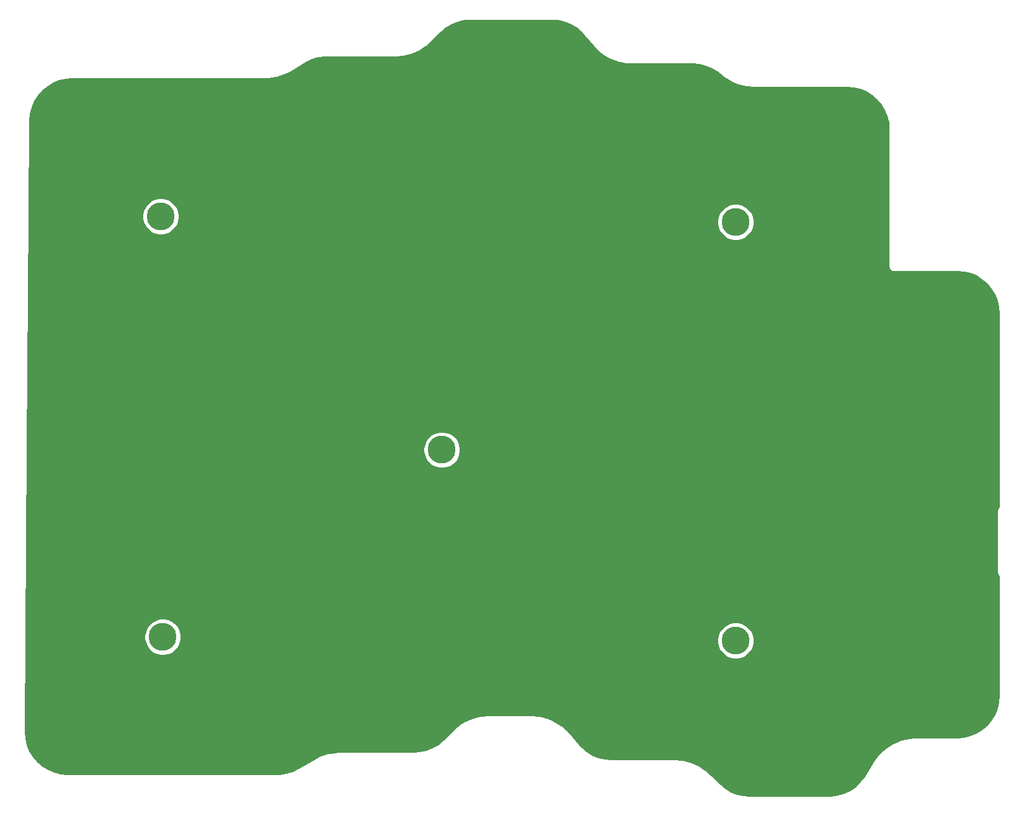
<source format=gbr>
G04 #@! TF.GenerationSoftware,KiCad,Pcbnew,(5.1.4)-1*
G04 #@! TF.CreationDate,2021-09-27T09:24:48-04:00*
G04 #@! TF.ProjectId,bottom_case,626f7474-6f6d-45f6-9361-73652e6b6963,rev?*
G04 #@! TF.SameCoordinates,Original*
G04 #@! TF.FileFunction,Copper,L2,Bot*
G04 #@! TF.FilePolarity,Positive*
%FSLAX46Y46*%
G04 Gerber Fmt 4.6, Leading zero omitted, Abs format (unit mm)*
G04 Created by KiCad (PCBNEW (5.1.4)-1) date 2021-09-27 09:24:48*
%MOMM*%
%LPD*%
G04 APERTURE LIST*
%ADD10C,3.800000*%
%ADD11C,0.254000*%
G04 APERTURE END LIST*
D10*
X87725000Y-10025000D03*
X87725000Y-67175000D03*
X9525000Y-66675000D03*
X47625000Y-41125000D03*
X9250000Y-9250000D03*
D11*
G36*
X63480726Y17467932D02*
G01*
X64348608Y17259572D01*
X65173218Y16918008D01*
X65934231Y16451658D01*
X66621924Y15864313D01*
X66953349Y15503172D01*
X68209105Y14011181D01*
X68219251Y14001284D01*
X68575021Y13613615D01*
X68604332Y13586323D01*
X68632652Y13558003D01*
X69390344Y12910873D01*
X69474132Y12849998D01*
X69474136Y12849996D01*
X70323728Y12329365D01*
X70416006Y12282346D01*
X71336589Y11901029D01*
X71403082Y11879425D01*
X71435085Y11869026D01*
X72403984Y11636414D01*
X72506275Y11620213D01*
X73493219Y11542539D01*
X73518997Y11540000D01*
X81796197Y11540000D01*
X82711927Y11467931D01*
X83579809Y11259571D01*
X84404414Y10918009D01*
X85174506Y10446097D01*
X85602802Y10103435D01*
X86063348Y9734971D01*
X86097448Y9711830D01*
X86130816Y9687587D01*
X86980412Y9166954D01*
X87072691Y9119936D01*
X87072698Y9119934D01*
X87993272Y8738619D01*
X88091769Y8706615D01*
X89060668Y8474003D01*
X89162959Y8457802D01*
X90149858Y8380131D01*
X90175682Y8377588D01*
X102874074Y8377588D01*
X103789791Y8305520D01*
X104657678Y8097158D01*
X105482275Y7755599D01*
X106243299Y7289243D01*
X106921994Y6709582D01*
X107501655Y6030887D01*
X107968009Y5269868D01*
X108309570Y4445266D01*
X108517931Y3577381D01*
X108590001Y2661649D01*
X108590000Y-16098795D01*
X108586807Y-16131214D01*
X108599550Y-16260597D01*
X108637290Y-16385007D01*
X108698575Y-16499664D01*
X108747968Y-16559849D01*
X108781052Y-16600162D01*
X108881550Y-16682639D01*
X108996207Y-16743924D01*
X109120617Y-16781664D01*
X109250000Y-16794407D01*
X109282419Y-16791214D01*
X117924074Y-16791214D01*
X118839791Y-16863282D01*
X119707678Y-17071644D01*
X120532275Y-17413203D01*
X121293299Y-17879559D01*
X121971994Y-18459220D01*
X122551655Y-19137915D01*
X123018009Y-19898934D01*
X123359570Y-20723536D01*
X123567931Y-21591421D01*
X123640001Y-22507153D01*
X123640000Y-48867284D01*
X123597656Y-48902035D01*
X123515179Y-49002533D01*
X123453894Y-49117190D01*
X123416154Y-49241600D01*
X123406604Y-49338564D01*
X123406603Y-57954921D01*
X123416153Y-58051885D01*
X123453893Y-58176295D01*
X123515178Y-58290952D01*
X123597655Y-58391451D01*
X123640001Y-58426204D01*
X123640000Y-74624074D01*
X123567931Y-75539793D01*
X123359570Y-76407678D01*
X123018009Y-77232280D01*
X122551655Y-77993299D01*
X121971994Y-78671994D01*
X121293299Y-79251655D01*
X120532275Y-79718011D01*
X119707678Y-80059570D01*
X118839791Y-80267932D01*
X117924074Y-80340000D01*
X112422441Y-80340000D01*
X112411714Y-80341057D01*
X112019371Y-80353859D01*
X111982920Y-80357928D01*
X111946330Y-80360318D01*
X110960181Y-80503088D01*
X110859164Y-80525923D01*
X109907489Y-80821204D01*
X109838157Y-80848848D01*
X109811288Y-80859561D01*
X108917523Y-81300082D01*
X108869658Y-81328545D01*
X108828507Y-81353015D01*
X108014667Y-81927922D01*
X108014658Y-81927927D01*
X107935018Y-81994135D01*
X107221125Y-82689283D01*
X107152822Y-82767134D01*
X106560335Y-83560219D01*
X106544407Y-83580689D01*
X105228457Y-85665365D01*
X104678712Y-86401236D01*
X104039245Y-87023914D01*
X103310249Y-87538886D01*
X102509666Y-87933478D01*
X101657209Y-88197974D01*
X100758812Y-88328041D01*
X100392303Y-88340000D01*
X89653788Y-88340000D01*
X88738069Y-88267931D01*
X87870184Y-88059570D01*
X87045582Y-87718009D01*
X86283856Y-87251221D01*
X85606642Y-86675733D01*
X84263383Y-85345773D01*
X84243907Y-85329951D01*
X83514147Y-84709809D01*
X83472976Y-84680053D01*
X83431610Y-84649999D01*
X82582013Y-84129365D01*
X82489734Y-84082347D01*
X82489727Y-84082345D01*
X81569153Y-83701030D01*
X81470656Y-83669026D01*
X81470653Y-83669026D01*
X80501757Y-83436414D01*
X80399466Y-83420213D01*
X79412517Y-83342538D01*
X79386743Y-83340000D01*
X70784989Y-83340000D01*
X69869270Y-83267931D01*
X69001385Y-83059570D01*
X68176783Y-82718009D01*
X67415764Y-82251655D01*
X66728072Y-81664310D01*
X66396660Y-81303183D01*
X65140893Y-79811182D01*
X65130756Y-79801293D01*
X64774978Y-79413615D01*
X64745672Y-79386329D01*
X64717347Y-79358003D01*
X63959655Y-78710873D01*
X63875868Y-78649999D01*
X63026271Y-78129365D01*
X62933993Y-78082347D01*
X62013411Y-77701029D01*
X61914913Y-77669026D01*
X60946015Y-77436414D01*
X60843724Y-77420213D01*
X59856780Y-77342539D01*
X59831002Y-77340000D01*
X53963256Y-77340000D01*
X53938262Y-77342462D01*
X52983385Y-77415223D01*
X52933223Y-77423040D01*
X52882651Y-77430792D01*
X51912608Y-77658581D01*
X51881095Y-77668647D01*
X51813953Y-77690094D01*
X50891485Y-78066826D01*
X50798974Y-78113385D01*
X49946797Y-78629786D01*
X49911627Y-78655073D01*
X49862709Y-78690243D01*
X49106784Y-79329388D01*
X49086615Y-79345773D01*
X47743940Y-80675156D01*
X47042506Y-81268229D01*
X46279171Y-81730794D01*
X45452882Y-82068248D01*
X44583163Y-82272478D01*
X43697031Y-82340000D01*
X33635349Y-82340000D01*
X33624698Y-82341049D01*
X33235188Y-82353674D01*
X33198800Y-82357728D01*
X33162288Y-82360097D01*
X32176077Y-82502437D01*
X32075049Y-82525228D01*
X31123246Y-82820094D01*
X31036317Y-82854710D01*
X31027028Y-82858409D01*
X30138858Y-83295690D01*
X30115385Y-83306680D01*
X28058373Y-84528666D01*
X27234288Y-84934396D01*
X26381713Y-85198521D01*
X25483192Y-85328205D01*
X25119291Y-85340000D01*
X-3519370Y-85340000D01*
X-4435089Y-85267931D01*
X-5302974Y-85059570D01*
X-6127576Y-84718009D01*
X-6888595Y-84251655D01*
X-7567290Y-83671994D01*
X-8146951Y-82993299D01*
X-8613307Y-82232275D01*
X-8954866Y-81407678D01*
X-9163228Y-80539791D01*
X-9235195Y-79625354D01*
X-9235113Y-79604252D01*
X-9132545Y-66425324D01*
X6990000Y-66425324D01*
X6990000Y-66924676D01*
X7087418Y-67414432D01*
X7278512Y-67875773D01*
X7555937Y-68290968D01*
X7909032Y-68644063D01*
X8324227Y-68921488D01*
X8785568Y-69112582D01*
X9275324Y-69210000D01*
X9774676Y-69210000D01*
X10264432Y-69112582D01*
X10725773Y-68921488D01*
X11140968Y-68644063D01*
X11494063Y-68290968D01*
X11771488Y-67875773D01*
X11962582Y-67414432D01*
X12059871Y-66925324D01*
X85190000Y-66925324D01*
X85190000Y-67424676D01*
X85287418Y-67914432D01*
X85478512Y-68375773D01*
X85755937Y-68790968D01*
X86109032Y-69144063D01*
X86524227Y-69421488D01*
X86985568Y-69612582D01*
X87475324Y-69710000D01*
X87974676Y-69710000D01*
X88464432Y-69612582D01*
X88925773Y-69421488D01*
X89340968Y-69144063D01*
X89694063Y-68790968D01*
X89971488Y-68375773D01*
X90162582Y-67914432D01*
X90260000Y-67424676D01*
X90260000Y-66925324D01*
X90162582Y-66435568D01*
X89971488Y-65974227D01*
X89694063Y-65559032D01*
X89340968Y-65205937D01*
X88925773Y-64928512D01*
X88464432Y-64737418D01*
X87974676Y-64640000D01*
X87475324Y-64640000D01*
X86985568Y-64737418D01*
X86524227Y-64928512D01*
X86109032Y-65205937D01*
X85755937Y-65559032D01*
X85478512Y-65974227D01*
X85287418Y-66435568D01*
X85190000Y-66925324D01*
X12059871Y-66925324D01*
X12060000Y-66924676D01*
X12060000Y-66425324D01*
X11962582Y-65935568D01*
X11771488Y-65474227D01*
X11494063Y-65059032D01*
X11140968Y-64705937D01*
X10725773Y-64428512D01*
X10264432Y-64237418D01*
X9774676Y-64140000D01*
X9275324Y-64140000D01*
X8785568Y-64237418D01*
X8324227Y-64428512D01*
X7909032Y-64705937D01*
X7555937Y-65059032D01*
X7278512Y-65474227D01*
X7087418Y-65935568D01*
X6990000Y-66425324D01*
X-9132545Y-66425324D01*
X-8933696Y-40875324D01*
X45090000Y-40875324D01*
X45090000Y-41374676D01*
X45187418Y-41864432D01*
X45378512Y-42325773D01*
X45655937Y-42740968D01*
X46009032Y-43094063D01*
X46424227Y-43371488D01*
X46885568Y-43562582D01*
X47375324Y-43660000D01*
X47874676Y-43660000D01*
X48364432Y-43562582D01*
X48825773Y-43371488D01*
X49240968Y-43094063D01*
X49594063Y-42740968D01*
X49871488Y-42325773D01*
X50062582Y-41864432D01*
X50160000Y-41374676D01*
X50160000Y-40875324D01*
X50062582Y-40385568D01*
X49871488Y-39924227D01*
X49594063Y-39509032D01*
X49240968Y-39155937D01*
X48825773Y-38878512D01*
X48364432Y-38687418D01*
X47874676Y-38590000D01*
X47375324Y-38590000D01*
X46885568Y-38687418D01*
X46424227Y-38878512D01*
X46009032Y-39155937D01*
X45655937Y-39509032D01*
X45378512Y-39924227D01*
X45187418Y-40385568D01*
X45090000Y-40875324D01*
X-8933696Y-40875324D01*
X-8685620Y-9000324D01*
X6715000Y-9000324D01*
X6715000Y-9499676D01*
X6812418Y-9989432D01*
X7003512Y-10450773D01*
X7280937Y-10865968D01*
X7634032Y-11219063D01*
X8049227Y-11496488D01*
X8510568Y-11687582D01*
X9000324Y-11785000D01*
X9499676Y-11785000D01*
X9989432Y-11687582D01*
X10450773Y-11496488D01*
X10865968Y-11219063D01*
X11219063Y-10865968D01*
X11496488Y-10450773D01*
X11687582Y-9989432D01*
X11730170Y-9775324D01*
X85190000Y-9775324D01*
X85190000Y-10274676D01*
X85287418Y-10764432D01*
X85478512Y-11225773D01*
X85755937Y-11640968D01*
X86109032Y-11994063D01*
X86524227Y-12271488D01*
X86985568Y-12462582D01*
X87475324Y-12560000D01*
X87974676Y-12560000D01*
X88464432Y-12462582D01*
X88925773Y-12271488D01*
X89340968Y-11994063D01*
X89694063Y-11640968D01*
X89971488Y-11225773D01*
X90162582Y-10764432D01*
X90260000Y-10274676D01*
X90260000Y-9775324D01*
X90162582Y-9285568D01*
X89971488Y-8824227D01*
X89694063Y-8409032D01*
X89340968Y-8055937D01*
X88925773Y-7778512D01*
X88464432Y-7587418D01*
X87974676Y-7490000D01*
X87475324Y-7490000D01*
X86985568Y-7587418D01*
X86524227Y-7778512D01*
X86109032Y-8055937D01*
X85755937Y-8409032D01*
X85478512Y-8824227D01*
X85287418Y-9285568D01*
X85190000Y-9775324D01*
X11730170Y-9775324D01*
X11785000Y-9499676D01*
X11785000Y-9000324D01*
X11687582Y-8510568D01*
X11496488Y-8049227D01*
X11219063Y-7634032D01*
X10865968Y-7280937D01*
X10450773Y-7003512D01*
X9989432Y-6812418D01*
X9499676Y-6715000D01*
X9000324Y-6715000D01*
X8510568Y-6812418D01*
X8049227Y-7003512D01*
X7634032Y-7280937D01*
X7280937Y-7634032D01*
X7003512Y-8049227D01*
X6812418Y-8510568D01*
X6715000Y-9000324D01*
X-8685620Y-9000324D01*
X-8585466Y3868354D01*
X-8506273Y4783484D01*
X-8291163Y5649726D01*
X-7943197Y6471640D01*
X-7470932Y7229012D01*
X-6886011Y7903172D01*
X-6202818Y8477538D01*
X-5438199Y8937950D01*
X-4610957Y9273087D01*
X-3740222Y9474978D01*
X-2870790Y9540000D01*
X23514650Y9540000D01*
X23525301Y9541049D01*
X23914811Y9553674D01*
X23951198Y9557728D01*
X23987712Y9560097D01*
X24973922Y9702438D01*
X25074950Y9725229D01*
X25074954Y9725230D01*
X26026751Y10020094D01*
X26122969Y10058409D01*
X27011121Y10495681D01*
X27034614Y10506680D01*
X29091641Y11728674D01*
X29915711Y12134396D01*
X30768286Y12398521D01*
X31666806Y12528205D01*
X32030708Y12540000D01*
X41286743Y12540000D01*
X41311741Y12542462D01*
X42266614Y12615223D01*
X42316776Y12623040D01*
X42367347Y12630792D01*
X43337391Y12858581D01*
X43412162Y12882466D01*
X43436047Y12890095D01*
X44358513Y13266828D01*
X44451024Y13313386D01*
X45303200Y13829786D01*
X45387289Y13890243D01*
X45387295Y13890249D01*
X46143244Y14529412D01*
X46163383Y14545773D01*
X47506071Y15875167D01*
X48207499Y16468233D01*
X48970828Y16930794D01*
X49797115Y17268247D01*
X50666836Y17472478D01*
X51552968Y17540000D01*
X62565009Y17540000D01*
X63480726Y17467932D01*
X63480726Y17467932D01*
G37*
X63480726Y17467932D02*
X64348608Y17259572D01*
X65173218Y16918008D01*
X65934231Y16451658D01*
X66621924Y15864313D01*
X66953349Y15503172D01*
X68209105Y14011181D01*
X68219251Y14001284D01*
X68575021Y13613615D01*
X68604332Y13586323D01*
X68632652Y13558003D01*
X69390344Y12910873D01*
X69474132Y12849998D01*
X69474136Y12849996D01*
X70323728Y12329365D01*
X70416006Y12282346D01*
X71336589Y11901029D01*
X71403082Y11879425D01*
X71435085Y11869026D01*
X72403984Y11636414D01*
X72506275Y11620213D01*
X73493219Y11542539D01*
X73518997Y11540000D01*
X81796197Y11540000D01*
X82711927Y11467931D01*
X83579809Y11259571D01*
X84404414Y10918009D01*
X85174506Y10446097D01*
X85602802Y10103435D01*
X86063348Y9734971D01*
X86097448Y9711830D01*
X86130816Y9687587D01*
X86980412Y9166954D01*
X87072691Y9119936D01*
X87072698Y9119934D01*
X87993272Y8738619D01*
X88091769Y8706615D01*
X89060668Y8474003D01*
X89162959Y8457802D01*
X90149858Y8380131D01*
X90175682Y8377588D01*
X102874074Y8377588D01*
X103789791Y8305520D01*
X104657678Y8097158D01*
X105482275Y7755599D01*
X106243299Y7289243D01*
X106921994Y6709582D01*
X107501655Y6030887D01*
X107968009Y5269868D01*
X108309570Y4445266D01*
X108517931Y3577381D01*
X108590001Y2661649D01*
X108590000Y-16098795D01*
X108586807Y-16131214D01*
X108599550Y-16260597D01*
X108637290Y-16385007D01*
X108698575Y-16499664D01*
X108747968Y-16559849D01*
X108781052Y-16600162D01*
X108881550Y-16682639D01*
X108996207Y-16743924D01*
X109120617Y-16781664D01*
X109250000Y-16794407D01*
X109282419Y-16791214D01*
X117924074Y-16791214D01*
X118839791Y-16863282D01*
X119707678Y-17071644D01*
X120532275Y-17413203D01*
X121293299Y-17879559D01*
X121971994Y-18459220D01*
X122551655Y-19137915D01*
X123018009Y-19898934D01*
X123359570Y-20723536D01*
X123567931Y-21591421D01*
X123640001Y-22507153D01*
X123640000Y-48867284D01*
X123597656Y-48902035D01*
X123515179Y-49002533D01*
X123453894Y-49117190D01*
X123416154Y-49241600D01*
X123406604Y-49338564D01*
X123406603Y-57954921D01*
X123416153Y-58051885D01*
X123453893Y-58176295D01*
X123515178Y-58290952D01*
X123597655Y-58391451D01*
X123640001Y-58426204D01*
X123640000Y-74624074D01*
X123567931Y-75539793D01*
X123359570Y-76407678D01*
X123018009Y-77232280D01*
X122551655Y-77993299D01*
X121971994Y-78671994D01*
X121293299Y-79251655D01*
X120532275Y-79718011D01*
X119707678Y-80059570D01*
X118839791Y-80267932D01*
X117924074Y-80340000D01*
X112422441Y-80340000D01*
X112411714Y-80341057D01*
X112019371Y-80353859D01*
X111982920Y-80357928D01*
X111946330Y-80360318D01*
X110960181Y-80503088D01*
X110859164Y-80525923D01*
X109907489Y-80821204D01*
X109838157Y-80848848D01*
X109811288Y-80859561D01*
X108917523Y-81300082D01*
X108869658Y-81328545D01*
X108828507Y-81353015D01*
X108014667Y-81927922D01*
X108014658Y-81927927D01*
X107935018Y-81994135D01*
X107221125Y-82689283D01*
X107152822Y-82767134D01*
X106560335Y-83560219D01*
X106544407Y-83580689D01*
X105228457Y-85665365D01*
X104678712Y-86401236D01*
X104039245Y-87023914D01*
X103310249Y-87538886D01*
X102509666Y-87933478D01*
X101657209Y-88197974D01*
X100758812Y-88328041D01*
X100392303Y-88340000D01*
X89653788Y-88340000D01*
X88738069Y-88267931D01*
X87870184Y-88059570D01*
X87045582Y-87718009D01*
X86283856Y-87251221D01*
X85606642Y-86675733D01*
X84263383Y-85345773D01*
X84243907Y-85329951D01*
X83514147Y-84709809D01*
X83472976Y-84680053D01*
X83431610Y-84649999D01*
X82582013Y-84129365D01*
X82489734Y-84082347D01*
X82489727Y-84082345D01*
X81569153Y-83701030D01*
X81470656Y-83669026D01*
X81470653Y-83669026D01*
X80501757Y-83436414D01*
X80399466Y-83420213D01*
X79412517Y-83342538D01*
X79386743Y-83340000D01*
X70784989Y-83340000D01*
X69869270Y-83267931D01*
X69001385Y-83059570D01*
X68176783Y-82718009D01*
X67415764Y-82251655D01*
X66728072Y-81664310D01*
X66396660Y-81303183D01*
X65140893Y-79811182D01*
X65130756Y-79801293D01*
X64774978Y-79413615D01*
X64745672Y-79386329D01*
X64717347Y-79358003D01*
X63959655Y-78710873D01*
X63875868Y-78649999D01*
X63026271Y-78129365D01*
X62933993Y-78082347D01*
X62013411Y-77701029D01*
X61914913Y-77669026D01*
X60946015Y-77436414D01*
X60843724Y-77420213D01*
X59856780Y-77342539D01*
X59831002Y-77340000D01*
X53963256Y-77340000D01*
X53938262Y-77342462D01*
X52983385Y-77415223D01*
X52933223Y-77423040D01*
X52882651Y-77430792D01*
X51912608Y-77658581D01*
X51881095Y-77668647D01*
X51813953Y-77690094D01*
X50891485Y-78066826D01*
X50798974Y-78113385D01*
X49946797Y-78629786D01*
X49911627Y-78655073D01*
X49862709Y-78690243D01*
X49106784Y-79329388D01*
X49086615Y-79345773D01*
X47743940Y-80675156D01*
X47042506Y-81268229D01*
X46279171Y-81730794D01*
X45452882Y-82068248D01*
X44583163Y-82272478D01*
X43697031Y-82340000D01*
X33635349Y-82340000D01*
X33624698Y-82341049D01*
X33235188Y-82353674D01*
X33198800Y-82357728D01*
X33162288Y-82360097D01*
X32176077Y-82502437D01*
X32075049Y-82525228D01*
X31123246Y-82820094D01*
X31036317Y-82854710D01*
X31027028Y-82858409D01*
X30138858Y-83295690D01*
X30115385Y-83306680D01*
X28058373Y-84528666D01*
X27234288Y-84934396D01*
X26381713Y-85198521D01*
X25483192Y-85328205D01*
X25119291Y-85340000D01*
X-3519370Y-85340000D01*
X-4435089Y-85267931D01*
X-5302974Y-85059570D01*
X-6127576Y-84718009D01*
X-6888595Y-84251655D01*
X-7567290Y-83671994D01*
X-8146951Y-82993299D01*
X-8613307Y-82232275D01*
X-8954866Y-81407678D01*
X-9163228Y-80539791D01*
X-9235195Y-79625354D01*
X-9235113Y-79604252D01*
X-9132545Y-66425324D01*
X6990000Y-66425324D01*
X6990000Y-66924676D01*
X7087418Y-67414432D01*
X7278512Y-67875773D01*
X7555937Y-68290968D01*
X7909032Y-68644063D01*
X8324227Y-68921488D01*
X8785568Y-69112582D01*
X9275324Y-69210000D01*
X9774676Y-69210000D01*
X10264432Y-69112582D01*
X10725773Y-68921488D01*
X11140968Y-68644063D01*
X11494063Y-68290968D01*
X11771488Y-67875773D01*
X11962582Y-67414432D01*
X12059871Y-66925324D01*
X85190000Y-66925324D01*
X85190000Y-67424676D01*
X85287418Y-67914432D01*
X85478512Y-68375773D01*
X85755937Y-68790968D01*
X86109032Y-69144063D01*
X86524227Y-69421488D01*
X86985568Y-69612582D01*
X87475324Y-69710000D01*
X87974676Y-69710000D01*
X88464432Y-69612582D01*
X88925773Y-69421488D01*
X89340968Y-69144063D01*
X89694063Y-68790968D01*
X89971488Y-68375773D01*
X90162582Y-67914432D01*
X90260000Y-67424676D01*
X90260000Y-66925324D01*
X90162582Y-66435568D01*
X89971488Y-65974227D01*
X89694063Y-65559032D01*
X89340968Y-65205937D01*
X88925773Y-64928512D01*
X88464432Y-64737418D01*
X87974676Y-64640000D01*
X87475324Y-64640000D01*
X86985568Y-64737418D01*
X86524227Y-64928512D01*
X86109032Y-65205937D01*
X85755937Y-65559032D01*
X85478512Y-65974227D01*
X85287418Y-66435568D01*
X85190000Y-66925324D01*
X12059871Y-66925324D01*
X12060000Y-66924676D01*
X12060000Y-66425324D01*
X11962582Y-65935568D01*
X11771488Y-65474227D01*
X11494063Y-65059032D01*
X11140968Y-64705937D01*
X10725773Y-64428512D01*
X10264432Y-64237418D01*
X9774676Y-64140000D01*
X9275324Y-64140000D01*
X8785568Y-64237418D01*
X8324227Y-64428512D01*
X7909032Y-64705937D01*
X7555937Y-65059032D01*
X7278512Y-65474227D01*
X7087418Y-65935568D01*
X6990000Y-66425324D01*
X-9132545Y-66425324D01*
X-8933696Y-40875324D01*
X45090000Y-40875324D01*
X45090000Y-41374676D01*
X45187418Y-41864432D01*
X45378512Y-42325773D01*
X45655937Y-42740968D01*
X46009032Y-43094063D01*
X46424227Y-43371488D01*
X46885568Y-43562582D01*
X47375324Y-43660000D01*
X47874676Y-43660000D01*
X48364432Y-43562582D01*
X48825773Y-43371488D01*
X49240968Y-43094063D01*
X49594063Y-42740968D01*
X49871488Y-42325773D01*
X50062582Y-41864432D01*
X50160000Y-41374676D01*
X50160000Y-40875324D01*
X50062582Y-40385568D01*
X49871488Y-39924227D01*
X49594063Y-39509032D01*
X49240968Y-39155937D01*
X48825773Y-38878512D01*
X48364432Y-38687418D01*
X47874676Y-38590000D01*
X47375324Y-38590000D01*
X46885568Y-38687418D01*
X46424227Y-38878512D01*
X46009032Y-39155937D01*
X45655937Y-39509032D01*
X45378512Y-39924227D01*
X45187418Y-40385568D01*
X45090000Y-40875324D01*
X-8933696Y-40875324D01*
X-8685620Y-9000324D01*
X6715000Y-9000324D01*
X6715000Y-9499676D01*
X6812418Y-9989432D01*
X7003512Y-10450773D01*
X7280937Y-10865968D01*
X7634032Y-11219063D01*
X8049227Y-11496488D01*
X8510568Y-11687582D01*
X9000324Y-11785000D01*
X9499676Y-11785000D01*
X9989432Y-11687582D01*
X10450773Y-11496488D01*
X10865968Y-11219063D01*
X11219063Y-10865968D01*
X11496488Y-10450773D01*
X11687582Y-9989432D01*
X11730170Y-9775324D01*
X85190000Y-9775324D01*
X85190000Y-10274676D01*
X85287418Y-10764432D01*
X85478512Y-11225773D01*
X85755937Y-11640968D01*
X86109032Y-11994063D01*
X86524227Y-12271488D01*
X86985568Y-12462582D01*
X87475324Y-12560000D01*
X87974676Y-12560000D01*
X88464432Y-12462582D01*
X88925773Y-12271488D01*
X89340968Y-11994063D01*
X89694063Y-11640968D01*
X89971488Y-11225773D01*
X90162582Y-10764432D01*
X90260000Y-10274676D01*
X90260000Y-9775324D01*
X90162582Y-9285568D01*
X89971488Y-8824227D01*
X89694063Y-8409032D01*
X89340968Y-8055937D01*
X88925773Y-7778512D01*
X88464432Y-7587418D01*
X87974676Y-7490000D01*
X87475324Y-7490000D01*
X86985568Y-7587418D01*
X86524227Y-7778512D01*
X86109032Y-8055937D01*
X85755937Y-8409032D01*
X85478512Y-8824227D01*
X85287418Y-9285568D01*
X85190000Y-9775324D01*
X11730170Y-9775324D01*
X11785000Y-9499676D01*
X11785000Y-9000324D01*
X11687582Y-8510568D01*
X11496488Y-8049227D01*
X11219063Y-7634032D01*
X10865968Y-7280937D01*
X10450773Y-7003512D01*
X9989432Y-6812418D01*
X9499676Y-6715000D01*
X9000324Y-6715000D01*
X8510568Y-6812418D01*
X8049227Y-7003512D01*
X7634032Y-7280937D01*
X7280937Y-7634032D01*
X7003512Y-8049227D01*
X6812418Y-8510568D01*
X6715000Y-9000324D01*
X-8685620Y-9000324D01*
X-8585466Y3868354D01*
X-8506273Y4783484D01*
X-8291163Y5649726D01*
X-7943197Y6471640D01*
X-7470932Y7229012D01*
X-6886011Y7903172D01*
X-6202818Y8477538D01*
X-5438199Y8937950D01*
X-4610957Y9273087D01*
X-3740222Y9474978D01*
X-2870790Y9540000D01*
X23514650Y9540000D01*
X23525301Y9541049D01*
X23914811Y9553674D01*
X23951198Y9557728D01*
X23987712Y9560097D01*
X24973922Y9702438D01*
X25074950Y9725229D01*
X25074954Y9725230D01*
X26026751Y10020094D01*
X26122969Y10058409D01*
X27011121Y10495681D01*
X27034614Y10506680D01*
X29091641Y11728674D01*
X29915711Y12134396D01*
X30768286Y12398521D01*
X31666806Y12528205D01*
X32030708Y12540000D01*
X41286743Y12540000D01*
X41311741Y12542462D01*
X42266614Y12615223D01*
X42316776Y12623040D01*
X42367347Y12630792D01*
X43337391Y12858581D01*
X43412162Y12882466D01*
X43436047Y12890095D01*
X44358513Y13266828D01*
X44451024Y13313386D01*
X45303200Y13829786D01*
X45387289Y13890243D01*
X45387295Y13890249D01*
X46143244Y14529412D01*
X46163383Y14545773D01*
X47506071Y15875167D01*
X48207499Y16468233D01*
X48970828Y16930794D01*
X49797115Y17268247D01*
X50666836Y17472478D01*
X51552968Y17540000D01*
X62565009Y17540000D01*
X63480726Y17467932D01*
M02*

</source>
